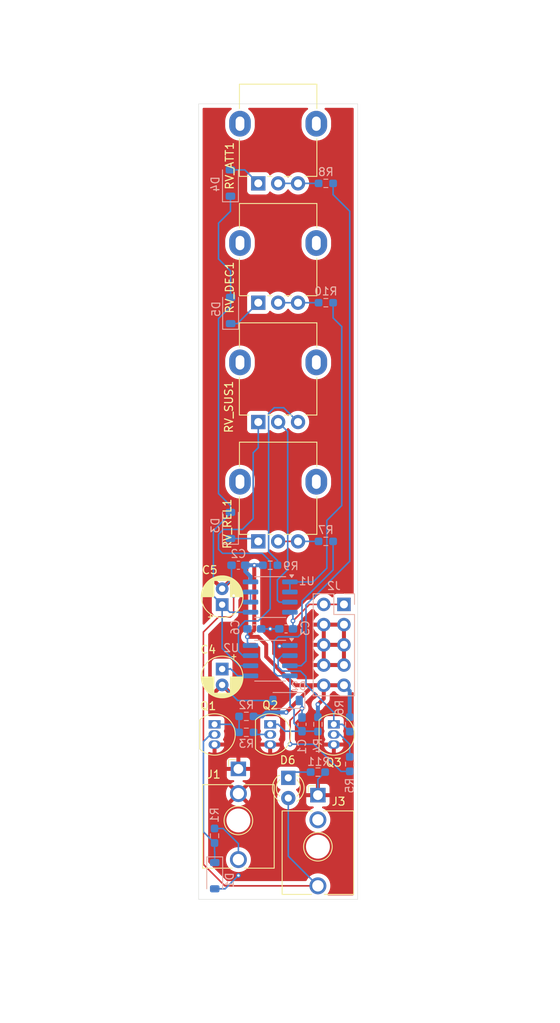
<source format=kicad_pcb>
(kicad_pcb (version 20240108) (generator "pcbnew") (generator_version "8.0")
  (layers (0 "F.Cu" signal) (31 "B.Cu" signal) (34 "B.Paste" user) (35 "F.Paste" user) (36 "B.SilkS" user "B.Silkscreen") (37 "F.SilkS" user "F.Silkscreen") (38 "B.Mask" user) (39 "F.Mask" user) (44 "Edge.Cuts" user))
  (net 0 "")
  (net 1 "Net-(Q2-C)")
  (net 2 "Net-(D2-K)")
  (net 3 "+12V")
  (net 4 "GND")
  (net 5 "-12V")
  (net 6 "Net-(U2-CV)")
  (net 7 "Net-(D3-A)")
  (net 8 "Net-(D1-K)")
  (net 9 "Net-(D3-K)")
  (net 10 "Net-(D4-A)")
  (net 11 "Net-(D5-K)")
  (net 12 "Net-(D6-K)")
  (net 13 "Net-(D6-A)")
  (net 14 "Net-(J1-PadT)")
  (net 16 "Net-(Q1-C)")
  (net 17 "Net-(Q2-B)")
  (net 18 "Net-(Q3-C)")
  (net 19 "Net-(Q3-B)")
  (net 20 "Net-(R7-Pad2)")
  (net 21 "Net-(U2-Q)")
  (net 22 "Net-(R8-Pad2)")
  (net 23 "Net-(R9-Pad2)")
  (net 24 "Net-(U1A--)")
  (net 25 "Net-(R10-Pad2)")
  (net 26 "Net-(U1A-+)")
  (net 27 "Net-(U2-DIS)")
  (footprint "Connector_Audio:Jack_3.5mm_QingPu_WQP-PJ398SM_Vertical_CircularHoles" (layer "F.Cu") (at 105 136.9)
    (property "Reference" "J3" (at 2.6 0.8 180) (layer "F.SilkS"))
    (property "Value" "AudioJack2_SwitchT")
    (pad "S" thru_hole rect (at 0 0 180) (size 1.93 1.83) (drill 1.22) (layers "*.Cu" "*.Mask") (net 4 "GND"))
    (pad "T" thru_hole circle (at 0 11.4 180) (size 2.13 2.13) (drill 1.43) (layers "*.Cu" "*.Mask") (net 13 "Net-(D6-A)"))
    (pad "TN" thru_hole circle (at 0 3.1 180) (size 2.13 2.13) (drill 1.42) (layers "*.Cu" "*.Mask"))
    (zone (net 0) (net_name "") (layer "F.Cu") (connect_pads (clearance 0)) (min_thickness 0.254)
      (keepout (tracks not_allowed) (vias not_allowed) (pads not_allowed) (copperpour not_allowed) (footprints not_allowed))
      (fill (thermal_gap 0.508) (thermal_bridge_width 0.508))
      (polygon (pts (xy 106.505141 143.38) (xy 106.48493 143.134171) (xy 106.424841 142.894945) (xy 106.326486 142.668744) (xy 106.192508 142.461645) (xy 106.026504 142.27921) (xy 105.832932 142.126336) (xy 105.616992 142.007131) (xy 105.384482 141.924794) (xy 105.141646 141.881539) (xy 104.895007 141.878525) (xy 104.651187 141.915835) (xy 104.416734 141.992466) (xy 104.197946 142.10636) (xy 104.000697 142.254458) (xy 103.830286 142.432784) (xy 103.691288 142.636548) (xy 103.587436 142.860278) (xy 103.521519 143.097965) (xy 103.495308 143.343226) (xy 103.509507 143.589475) (xy 103.563734 143.830099) (xy 103.656532 144.058634) (xy 103.785411 144.268945) (xy 103.946908 144.455382) (xy 104.136687 144.612939) (xy 104.34965 144.737385) (xy 104.580079 144.825377) (xy 104.821785 144.874553) (xy 105.068278 144.883592) (xy 105.312936 144.85225) (xy 105.549191 144.78137) (xy 105.770697 144.672856) (xy 105.971505 144.529621) (xy 106.146223 144.355512) (xy 106.290158 144.155205) (xy 106.399445 143.934079) (xy 106.471149 143.698074) (xy 106.503344 143.453526)))
    )
  )
  (footprint "Package_TO_SOT_THT:TO-92_Inline" (layer "F.Cu") (at 107 128 -90)
    (property "Reference" "Q3" (at 4.8 0 180) (layer "F.SilkS"))
    (property "Value" "BC547")
    (pad "1" thru_hole rect (at 0 0 270) (size 1.05 1.5) (drill 0.75) (layers "*.Cu" "*.Mask") (net 18 "Net-(Q3-C)"))
    (pad "2" thru_hole oval (at 1.27 0 270) (size 1.05 1.5) (drill 0.75) (layers "*.Cu" "*.Mask") (net 19 "Net-(Q3-B)"))
    (pad "3" thru_hole oval (at 2.54 0 270) (size 1.05 1.5) (drill 0.75) (layers "*.Cu" "*.Mask") (net 4 "GND"))
  )
  (footprint "Potentiometer_THT:Potentiometer_Alpha_RD901F-40-00D_Single_Vertical" (layer "F.Cu") (at 97.5 105 90)
    (property "Reference" "RV_REL1" (at 2.2 -3.9 -90) (layer "F.SilkS"))
    (property "Value" "100K")
    (pad "" thru_hole oval (at 7.5 -2.3 180) (size 2.72 3.24) (drill oval 1.1 1.8) (layers "*.Cu" "*.Mask"))
    (pad "" thru_hole oval (at 7.5 7.3 180) (size 2.72 3.24) (drill oval 1.1 1.8) (layers "*.Cu" "*.Mask"))
    (pad "1" thru_hole rect (at 0 0 180) (size 1.8 1.8) (drill 1) (layers "*.Cu" "*.Mask") (net 9 "Net-(D3-K)"))
    (pad "2" thru_hole circle (at 0 2.5 180) (size 1.8 1.8) (drill 1) (layers "*.Cu" "*.Mask") (net 20 "Net-(R7-Pad2)"))
    (pad "3" thru_hole circle (at 0 5 180) (size 1.8 1.8) (drill 1) (layers "*.Cu" "*.Mask") (net 20 "Net-(R7-Pad2)"))
  )
  (footprint "Potentiometer_THT:Potentiometer_Alpha_RD901F-40-00D_Single_Vertical" (layer "F.Cu") (at 97.5 90 90)
    (property "Reference" "RV_SUS1" (at 1.9 -3.7 -90) (layer "F.SilkS"))
    (property "Value" "10K")
    (pad "" thru_hole oval (at 7.5 -2.3 180) (size 2.72 3.24) (drill oval 1.1 1.8) (layers "*.Cu" "*.Mask"))
    (pad "" thru_hole oval (at 7.5 7.3 180) (size 2.72 3.24) (drill oval 1.1 1.8) (layers "*.Cu" "*.Mask"))
    (pad "1" thru_hole rect (at 0 0 180) (size 1.8 1.8) (drill 1) (layers "*.Cu" "*.Mask") (net 27 "Net-(U2-DIS)"))
    (pad "2" thru_hole circle (at 0 2.5 180) (size 1.8 1.8) (drill 1) (layers "*.Cu" "*.Mask") (net 26 "Net-(U1A-+)"))
    (pad "3" thru_hole circle (at 0 5 180) (size 1.8 1.8) (drill 1) (layers "*.Cu" "*.Mask") (net 23 "Net-(R9-Pad2)"))
  )
  (footprint "Capacitor_THT:CP_Radial_D5.0mm_P2.00mm" (layer "F.Cu") (at 92.955112 112.955112 90)
    (property "Reference" "C5" (at 4.355112 -1.555112 0) (layer "F.SilkS"))
    (property "Value" "10uF")
    (pad "1" thru_hole rect (at 0 0 90) (size 1.6 1.6) (drill 0.8) (layers "*.Cu" "*.Mask") (net 7 "Net-(D3-A)"))
    (pad "2" thru_hole circle (at 2 0 90) (size 1.6 1.6) (drill 0.8) (layers "*.Cu" "*.Mask") (net 4 "GND"))
  )
  (footprint "LED_THT:LED_D3.0mm" (layer "F.Cu") (at 101.275 134.725 -90)
    (property "Reference" "D6" (at -2.225001 0.074999 180) (layer "F.SilkS"))
    (property "Value" "LED")
    (pad "1" thru_hole rect (at 0 0 270) (size 1.8 1.8) (drill 0.9) (layers "*.Cu" "*.Mask") (net 12 "Net-(D6-K)"))
    (pad "2" thru_hole circle (at 2.54 0 270) (size 1.8 1.8) (drill 0.9) (layers "*.Cu" "*.Mask") (net 13 "Net-(D6-A)"))
  )
  (footprint "Capacitor_THT:CP_Radial_D5.0mm_P2.00mm" (layer "F.Cu") (at 92.955112 121.044886 -90)
    (property "Reference" "C4" (at -2.444887 1.755111 0) (layer "F.SilkS"))
    (property "Value" "10uF")
    (pad "1" thru_hole rect (at 0 0 270) (size 1.6 1.6) (drill 0.8) (layers "*.Cu" "*.Mask") (net 6 "Net-(U2-CV)"))
    (pad "2" thru_hole circle (at 2 0 270) (size 1.6 1.6) (drill 0.8) (layers "*.Cu" "*.Mask") (net 4 "GND"))
  )
  (footprint "Potentiometer_THT:Potentiometer_Alpha_RD901F-40-00D_Single_Vertical" (layer "F.Cu") (at 97.5 75 90)
    (property "Reference" "RV_DEC1" (at 1.9 -3.6 -90) (layer "F.SilkS"))
    (property "Value" "100K")
    (pad "" thru_hole oval (at 7.5 -2.3 180) (size 2.72 3.24) (drill oval 1.1 1.8) (layers "*.Cu" "*.Mask"))
    (pad "" thru_hole oval (at 7.5 7.3 180) (size 2.72 3.24) (drill oval 1.1 1.8) (layers "*.Cu" "*.Mask"))
    (pad "1" thru_hole rect (at 0 0 180) (size 1.8 1.8) (drill 1) (layers "*.Cu" "*.Mask") (net 11 "Net-(D5-K)"))
    (pad "2" thru_hole circle (at 0 2.5 180) (size 1.8 1.8) (drill 1) (layers "*.Cu" "*.Mask") (net 25 "Net-(R10-Pad2)"))
    (pad "3" thru_hole circle (at 0 5 180) (size 1.8 1.8) (drill 1) (layers "*.Cu" "*.Mask") (net 25 "Net-(R10-Pad2)"))
  )
  (footprint "Package_TO_SOT_THT:TO-92_Inline" (layer "F.Cu") (at 99 128 -90)
    (property "Reference" "Q2" (at -2.4 0 180) (layer "F.SilkS"))
    (property "Value" "BC547")
    (pad "1" thru_hole rect (at 0 0 270) (size 1.05 1.5) (drill 0.75) (layers "*.Cu" "*.Mask") (net 1 "Net-(Q2-C)"))
    (pad "2" thru_hole oval (at 1.27 0 270) (size 1.05 1.5) (drill 0.75) (layers "*.Cu" "*.Mask") (net 17 "Net-(Q2-B)"))
    (pad "3" thru_hole oval (at 2.54 0 270) (size 1.05 1.5) (drill 0.75) (layers "*.Cu" "*.Mask") (net 4 "GND"))
  )
  (footprint "Package_TO_SOT_THT:TO-92_Inline" (layer "F.Cu") (at 92 128 -90)
    (property "Reference" "Q1" (at -2.3 0.8 180) (layer "F.SilkS"))
    (property "Value" "BC547")
    (pad "1" thru_hole rect (at 0 0 270) (size 1.05 1.5) (drill 0.75) (layers "*.Cu" "*.Mask") (net 16 "Net-(Q1-C)"))
    (pad "2" thru_hole oval (at 1.27 0 270) (size 1.05 1.5) (drill 0.75) (layers "*.Cu" "*.Mask") (net 8 "Net-(D1-K)"))
    (pad "3" thru_hole oval (at 2.54 0 270) (size 1.05 1.5) (drill 0.75) (layers "*.Cu" "*.Mask") (net 4 "GND"))
  )
  (footprint "Connector_Audio:Jack_3.5mm_QingPu_WQP-PJ398SM_Vertical_CircularHoles" (layer "F.Cu") (at 95 133.6)
    (property "Reference" "J1" (at -3.1 0.7 180) (layer "F.SilkS"))
    (property "Value" "AudioJack2_SwitchT")
    (pad "S" thru_hole rect (at 0 0 180) (size 1.93 1.83) (drill 1.22) (layers "*.Cu" "*.Mask") (net 4 "GND"))
    (pad "T" thru_hole circle (at 0 11.4 180) (size 2.13 2.13) (drill 1.43) (layers "*.Cu" "*.Mask") (net 14 "Net-(J1-PadT)"))
    (pad "TN" thru_hole circle (at 0 3.1 180) (size 2.13 2.13) (drill 1.42) (layers "*.Cu" "*.Mask") (net 4 "GND"))
    (zone (net 0) (net_name "") (layer "F.Cu") (connect_pads (clearance 0)) (min_thickness 0.254)
      (keepout (tracks not_allowed) (vias not_allowed) (pads not_allowed) (copperpour not_allowed) (footprints not_allowed))
      (fill (thermal_gap 0.508) (thermal_bridge_width 0.508))
      (polygon (pts (xy 96.505141 140.08) (xy 96.48493 139.834171) (xy 96.424841 139.594945) (xy 96.326486 139.368744) (xy 96.192508 139.161645) (xy 96.026504 138.97921) (xy 95.832932 138.826336) (xy 95.616992 138.707131) (xy 95.384482 138.624794) (xy 95.141646 138.581539) (xy 94.895007 138.578525) (xy 94.651187 138.615835) (xy 94.416734 138.692466) (xy 94.197946 138.80636) (xy 94.000697 138.954458) (xy 93.830286 139.132784) (xy 93.691288 139.336548) (xy 93.587436 139.560278) (xy 93.521519 139.797965) (xy 93.495308 140.043226) (xy 93.509507 140.289475) (xy 93.563734 140.530099) (xy 93.656532 140.758634) (xy 93.785411 140.968945) (xy 93.946908 141.155382) (xy 94.136687 141.312939) (xy 94.34965 141.437385) (xy 94.580079 141.525377) (xy 94.821785 141.574553) (xy 95.068278 141.583592) (xy 95.312936 141.55225) (xy 95.549191 141.48137) (xy 95.770697 141.372856) (xy 95.971505 141.229621) (xy 96.146223 141.055512) (xy 96.290158 140.855205) (xy 96.399445 140.634079) (xy 96.471149 140.398074) (xy 96.503344 140.153526)))
    )
  )
  (footprint "Potentiometer_THT:Potentiometer_Alpha_RD901F-40-00D_Single_Vertical" (layer "F.Cu") (at 97.5 60 90)
    (property "Reference" "RV_ATT1" (at 2.2 -3.6 -90) (layer "F.SilkS"))
    (property "Value" "100K")
    (pad "" thru_hole oval (at 7.5 -2.3 180) (size 2.72 3.24) (drill oval 1.1 1.8) (layers "*.Cu" "*.Mask"))
    (pad "" thru_hole oval (at 7.5 7.3 180) (size 2.72 3.24) (drill oval 1.1 1.8) (layers "*.Cu" "*.Mask"))
    (pad "1" thru_hole rect (at 0 0 180) (size 1.8 1.8) (drill 1) (layers "*.Cu" "*.Mask") (net 10 "Net-(D4-A)"))
    (pad "2" thru_hole circle (at 0 2.5 180) (size 1.8 1.8) (drill 1) (layers "*.Cu" "*.Mask") (net 22 "Net-(R8-Pad2)"))
    (pad "3" thru_hole circle (at 0 5 180) (size 1.8 1.8) (drill 1) (layers "*.Cu" "*.Mask") (net 22 "Net-(R8-Pad2)"))
  )
  (footprint "Capacitor_SMD:C_0603_1608Metric_Pad1.08x0.95mm_HandSolder" (layer "B.Cu") (at 101 116)
    (property "Reference" "C3" (at 2.4 -0.1 -90) (layer "B.SilkS") (effects (justify mirror)))
    (property "Value" "0.1uF")
    (pad "1" smd roundrect (at -0.8625 0) (size 1.075 0.95) (layers "B.Cu" "B.Paste" "B.Mask") (net 4 "GND"))
    (pad "2" smd roundrect (at 0.8625 0) (size 1.075 0.95) (layers "B.Cu" "B.Paste" "B.Mask") (net 5 "-12V"))
  )
  (footprint "Connector_PinHeader_2.54mm:PinHeader_2x05_P2.54mm_Vertical" (layer "B.Cu") (at 108.275 112.925 180)
    (property "Reference" "J2" (at 1.27 2.33 180) (layer "B.SilkS") (effects (justify mirror)))
    (property "Value" "Conn_02x05_Odd_Even")
    (pad "1" thru_hole rect (at 0 0 180) (size 1.7 1.7) (drill 1) (layers "*.Cu" "*.Mask") (net 5 "-12V"))
    (pad "2" thru_hole oval (at 2.54 0 180) (size 1.7 1.7) (drill 1) (layers "*.Cu" "*.Mask") (net 5 "-12V"))
    (pad "3" thru_hole oval (at 0 -2.54 180) (size 1.7 1.7) (drill 1) (layers "*.Cu" "*.Mask") (net 4 "GND"))
    (pad "4" thru_hole oval (at 2.54 -2.54 180) (size 1.7 1.7) (drill 1) (layers "*.Cu" "*.Mask") (net 4 "GND"))
    (pad "5" thru_hole oval (at 0 -5.08 180) (size 1.7 1.7) (drill 1) (layers "*.Cu" "*.Mask") (net 4 "GND"))
    (pad "6" thru_hole oval (at 2.54 -5.08 180) (size 1.7 1.7) (drill 1) (layers "*.Cu" "*.Mask") (net 4 "GND"))
    (pad "7" thru_hole oval (at 0 -7.62 180) (size 1.7 1.7) (drill 1) (layers "*.Cu" "*.Mask") (net 4 "GND"))
    (pad "8" thru_hole oval (at 2.54 -7.62 180) (size 1.7 1.7) (drill 1) (layers "*.Cu" "*.Mask") (net 4 "GND"))
    (pad "9" thru_hole oval (at 0 -10.16 180) (size 1.7 1.7) (drill 1) (layers "*.Cu" "*.Mask") (net 3 "+12V"))
    (pad "10" thru_hole oval (at 2.54 -10.16 180) (size 1.7 1.7) (drill 1) (layers "*.Cu" "*.Mask") (net 3 "+12V"))
  )
  (footprint "Resistor_SMD:R_0603_1608Metric_Pad0.98x0.95mm_HandSolder" (layer "B.Cu") (at 96 127 180)
    (property "Reference" "R2" (at 0 1.43 180) (layer "B.SilkS") (effects (justify mirror)))
    (property "Value" "4.7K")
    (pad "1" smd roundrect (at -0.9125 0 180) (size 0.975 0.95) (layers "B.Cu" "B.Paste" "B.Mask") (net 3 "+12V"))
    (pad "2" smd roundrect (at 0.9125 0 180) (size 0.975 0.95) (layers "B.Cu" "B.Paste" "B.Mask") (net 16 "Net-(Q1-C)"))
  )
  (footprint "Package_SO:SOIC-8_3.9x4.9mm_P1.27mm" (layer "B.Cu") (at 99 112 180)
    (property "Reference" "U1" (at -4.6 2 180) (layer "B.SilkS") (effects (justify mirror)))
    (property "Value" "TL072")
    (pad "1" smd roundrect (at -2.475 1.905 180) (size 1.95 0.6) (layers "B.Cu" "B.Paste" "B.Mask") (net 24 "Net-(U1A--)"))
    (pad "2" smd roundrect (at -2.475 0.635 180) (size 1.95 0.6) (layers "B.Cu" "B.Paste" "B.Mask") (net 24 "Net-(U1A--)"))
    (pad "3" smd roundrect (at -2.475 -0.635 180) (size 1.95 0.6) (layers "B.Cu" "B.Paste" "B.Mask") (net 26 "Net-(U1A-+)"))
    (pad "4" smd roundrect (at -2.475 -1.905 180) (size 1.95 0.6) (layers "B.Cu" "B.Paste" "B.Mask") (net 5 "-12V"))
    (pad "5" smd roundrect (at 2.475 -1.905 180) (size 1.95 0.6) (layers "B.Cu" "B.Paste" "B.Mask") (net 7 "Net-(D3-A)"))
    (pad "6" smd roundrect (at 2.475 -0.635 180) (size 1.95 0.6) (layers "B.Cu" "B.Paste" "B.Mask") (net 13 "Net-(D6-A)"))
    (pad "7" smd roundrect (at 2.475 0.635 180) (size 1.95 0.6) (layers "B.Cu" "B.Paste" "B.Mask") (net 13 "Net-(D6-A)"))
    (pad "8" smd roundrect (at 2.475 1.905 180) (size 1.95 0.6) (layers "B.Cu" "B.Paste" "B.Mask") (net 3 "+12V"))
  )
  (footprint "Diode_SMD:D_SOD-123" (layer "B.Cu") (at 94 103 90)
    (property "Reference" "D3" (at 0 -1.9 -90) (layer "B.SilkS") (effects (justify mirror)))
    (property "Value" "1N4148W")
    (pad "1" smd roundrect (at -1.65 0 90) (size 0.9 1.2) (layers "B.Cu" "B.Paste" "B.Mask") (net 9 "Net-(D3-K)"))
    (pad "2" smd roundrect (at 1.65 0 90) (size 0.9 1.2) (layers "B.Cu" "B.Paste" "B.Mask") (net 7 "Net-(D3-A)"))
  )
  (footprint "Capacitor_SMD:C_0603_1608Metric_Pad1.08x0.95mm_HandSolder" (layer "B.Cu") (at 97 116)
    (property "Reference" "C6" (at -2.4 -0.2 -90) (layer "B.SilkS") (effects (justify mirror)))
    (property "Value" "0.1uF")
    (pad "1" smd roundrect (at -0.8625 0) (size 1.075 0.95) (layers "B.Cu" "B.Paste" "B.Mask") (net 3 "+12V"))
    (pad "2" smd roundrect (at 0.8625 0) (size 1.075 0.95) (layers "B.Cu" "B.Paste" "B.Mask") (net 4 "GND"))
  )
  (footprint "Resistor_SMD:R_0603_1608Metric_Pad0.98x0.95mm_HandSolder" (layer "B.Cu") (at 106 60 180)
    (property "Reference" "R8" (at 0 1.43 180) (layer "B.SilkS") (effects (justify mirror)))
    (property "Value" "100")
    (pad "1" smd roundrect (at -0.9125 0 180) (size 0.975 0.95) (layers "B.Cu" "B.Paste" "B.Mask") (net 21 "Net-(U2-Q)"))
    (pad "2" smd roundrect (at 0.9125 0 180) (size 0.975 0.95) (layers "B.Cu" "B.Paste" "B.Mask") (net 22 "Net-(R8-Pad2)"))
  )
  (footprint "Capacitor_SMD:C_0603_1608Metric_Pad1.08x0.95mm_HandSolder" (layer "B.Cu") (at 103 128 90)
    (property "Reference" "C1" (at -2.8 0 -90) (layer "B.SilkS") (effects (justify mirror)))
    (property "Value" "0.01uF")
    (pad "1" smd roundrect (at -0.8625 0 90) (size 1.075 0.95) (layers "B.Cu" "B.Paste" "B.Mask") (net 1 "Net-(Q2-C)"))
    (pad "2" smd roundrect (at 0.8625 0 90) (size 1.075 0.95) (layers "B.Cu" "B.Paste" "B.Mask") (net 2 "Net-(D2-K)"))
  )
  (footprint "Diode_SMD:D_SOD-123" (layer "B.Cu") (at 94 59.955 90)
    (property "Reference" "D4" (at -0.145 -1.9 -90) (layer "B.SilkS") (effects (justify mirror)))
    (property "Value" "1N4148W")
    (pad "1" smd roundrect (at -1.65 0 90) (size 0.9 1.2) (layers "B.Cu" "B.Paste" "B.Mask") (net 7 "Net-(D3-A)"))
    (pad "2" smd roundrect (at 1.65 0 90) (size 0.9 1.2) (layers "B.Cu" "B.Paste" "B.Mask") (net 10 "Net-(D4-A)"))
  )
  (footprint "Resistor_SMD:R_0603_1608Metric_Pad0.98x0.95mm_HandSolder" (layer "B.Cu") (at 99 108)
    (property "Reference" "R9" (at 2.6 0.1 0) (layer "B.SilkS") (effects (justify mirror)))
    (property "Value" "4.7K")
    (pad "1" smd roundrect (at -0.9125 0) (size 0.975 0.95) (layers "B.Cu" "B.Paste" "B.Mask") (net 3 "+12V"))
    (pad "2" smd roundrect (at 0.9125 0) (size 0.975 0.95) (layers "B.Cu" "B.Paste" "B.Mask") (net 23 "Net-(R9-Pad2)"))
  )
  (footprint "Resistor_SMD:R_0603_1608Metric_Pad0.98x0.95mm_HandSolder" (layer "B.Cu") (at 105 134)
    (property "Reference" "R11" (at 0.1 -1.3 0) (layer "B.SilkS") (effects (justify mirror)))
    (property "Value" "4.7K")
    (pad "1" smd roundrect (at -0.9125 0) (size 0.975 0.95) (layers "B.Cu" "B.Paste" "B.Mask") (net 12 "Net-(D6-K)"))
    (pad "2" smd roundrect (at 0.9125 0) (size 0.975 0.95) (layers "B.Cu" "B.Paste" "B.Mask") (net 4 "GND"))
  )
  (footprint "Resistor_SMD:R_0603_1608Metric_Pad0.98x0.95mm_HandSolder" (layer "B.Cu") (at 92 142 -90)
    (property "Reference" "R1" (at -2.6 0 90) (layer "B.SilkS") (effects (justify mirror)))
    (property "Value" "10K")
    (pad "1" smd roundrect (at -0.9125 0 270) (size 0.975 0.95) (layers "B.Cu" "B.Paste" "B.Mask") (net 14 "Net-(J1-PadT)"))
    (pad "2" smd roundrect (at 0.9125 0 270) (size 0.975 0.95) (layers "B.Cu" "B.Paste" "B.Mask") (net 8 "Net-(D1-K)"))
  )
  (footprint "Resistor_SMD:R_0603_1608Metric_Pad0.98x0.95mm_HandSolder" (layer "B.Cu") (at 106 75 180)
    (property "Reference" "R10" (at 0 1.43 180) (layer "B.SilkS") (effects (justify mirror)))
    (property "Value" "100")
    (pad "1" smd roundrect (at -0.9125 0 180) (size 0.975 0.95) (layers "B.Cu" "B.Paste" "B.Mask") (net 24 "Net-(U1A--)"))
    (pad "2" smd roundrect (at 0.9125 0 180) (size 0.975 0.95) (layers "B.Cu" "B.Paste" "B.Mask") (net 25 "Net-(R10-Pad2)"))
  )
  (footprint "Diode_SMD:D_SOD-123" (layer "B.Cu") (at 94.0225 75.9775 90)
    (property "Reference" "D5" (at 0.1775 -1.8225 -90) (layer "B.SilkS") (effects (justify mirror)))
    (property "Value" "1N4148W")
    (pad "1" smd roundrect (at -1.65 0 90) (size 0.9 1.2) (layers "B.Cu" "B.Paste" "B.Mask") (net 11 "Net-(D5-K)"))
    (pad "2" smd roundrect (at 1.65 0 90) (size 0.9 1.2) (layers "B.Cu" "B.Paste" "B.Mask") (net 7 "Net-(D3-A)"))
  )
  (footprint "Capacitor_SMD:C_0603_1608Metric_Pad1.08x0.95mm_HandSolder" (layer "B.Cu") (at 95 108 180)
    (property "Reference" "C2" (at 0 1.43 180) (layer "B.SilkS") (effects (justify mirror)))
    (property "Value" "0.1uF")
    (pad "1" smd roundrect (at -0.8625 0 180) (size 1.075 0.95) (layers "B.Cu" "B.Paste" "B.Mask") (net 3 "+12V"))
    (pad "2" smd roundrect (at 0.8625 0 180) (size 1.075 0.95) (layers "B.Cu" "B.Paste" "B.Mask") (net 4 "GND"))
  )
  (footprint "Diode_SMD:D_SOD-123" (layer "B.Cu") (at 92.0225 147.0225 -90)
    (property "Reference" "D1" (at 0.5775 -1.8775 90) (layer "B.SilkS") (effects (justify mirror)))
    (property "Value" "1N4148W")
    (pad "1" smd roundrect (at -1.65 0 270) (size 0.9 1.2) (layers "B.Cu" "B.Paste" "B.Mask") (net 8 "Net-(D1-K)"))
    (pad "2" smd roundrect (at 1.65 0 270) (size 0.9 1.2) (layers "B.Cu" "B.Paste" "B.Mask") (net 4 "GND"))
  )
  (footprint "Resistor_SMD:R_0603_1608Metric_Pad0.98x0.95mm_HandSolder" (layer "B.Cu") (at 109 133 90)
    (property "Reference" "R5" (at -2.7 0 -90) (layer "B.SilkS") (effects (justify mirror)))
    (property "Value" "10K")
    (pad "1" smd roundrect (at -0.9125 0 90) (size 0.975 0.95) (layers "B.Cu" "B.Paste" "B.Mask") (net 2 "Net-(D2-K)"))
    (pad "2" smd roundrect (at 0.9125 0 90) (size 0.975 0.95) (layers "B.Cu" "B.Paste" "B.Mask") (net 19 "Net-(Q3-B)"))
  )
  (footprint "Resistor_SMD:R_0603_1608Metric_Pad0.98x0.95mm_HandSolder" (layer "B.Cu") (at 106 105 180)
    (property "Reference" "R7" (at 0 1.43 180) (layer "B.SilkS") (effects (justify mirror)))
    (property "Value" "100")
    (pad "1" smd roundrect (at -0.9125 0 180) (size 0.975 0.95) (layers "B.Cu" "B.Paste" "B.Mask") (net 1 "Net-(Q2-C)"))
    (pad "2" smd roundrect (at 0.9125 0 180) (size 0.975 0.95) (layers "B.Cu" "B.Paste" "B.Mask") (net 20 "Net-(R7-Pad2)"))
  )
  (footprint "Package_SO:SOIC-8_3.9x4.9mm_P1.27mm" (layer "B.Cu") (at 99 120 180)
    (property "Reference" "U2" (at 4.9 1.6 180) (layer "B.SilkS") (effects (justify mirror)))
    (property "Value" "LM555xM")
    (pad "1" smd roundrect (at -2.475 1.905 180) (size 1.95 0.6) (layers "B.Cu" "B.Paste" "B.Mask") (net 4 "GND"))
    (pad "2" smd roundrect (at -2.475 0.635 180) (size 1.95 0.6) (layers "B.Cu" "B.Paste" "B.Mask") (net 18 "Net-(Q3-C)"))
    (pad "3" smd roundrect (at -2.475 -0.635 180) (size 1.95 0.6) (layers "B.Cu" "B.Paste" "B.Mask") (net 21 "Net-(U2-Q)"))
    (pad "4" smd roundrect (at -2.475 -1.905 180) (size 1.95 0.6) (layers "B.Cu" "B.Paste" "B.Mask") (net 1 "Net-(Q2-C)"))
    (pad "5" smd roundrect (at 2.475 -1.905 180) (size 1.95 0.6) (layers "B.Cu" "B.Paste" "B.Mask") (net 6 "Net-(U2-CV)"))
    (pad "6" smd roundrect (at 2.475 -0.635 180) (size 1.95 0.6) (layers "B.Cu" "B.Paste" "B.Mask") (net 7 "Net-(D3-A)"))
    (pad "7" smd roundrect (at 2.475 0.635 180) (size 1.95 0.6) (layers "B.Cu" "B.Paste" "B.Mask") (net 27 "Net-(U2-DIS)"))
    (pad "8" smd roundrect (at 2.475 1.905 180) (size 1.95 0.6) (layers "B.Cu" "B.Paste" "B.Mask") (net 3 "+12V"))
  )
  (footprint "Resistor_SMD:R_0603_1608Metric_Pad0.98x0.95mm_HandSolder" (layer "B.Cu") (at 105 128 -90)
    (property "Reference" "R4" (at 2.7 0 90) (layer "B.SilkS") (effects (justify mirror)))
    (property "Value" "4.7K")
    (pad "1" smd roundrect (at -0.9125 0 270) (size 0.975 0.95) (layers "B.Cu" "B.Paste" "B.Mask") (net 3 "+12V"))
    (pad "2" smd roundrect (at 0.9125 0 270) (size 0.975 0.95) (layers "B.Cu" "B.Paste" "B.Mask") (net 1 "Net-(Q2-C)"))
  )
  (footprint "Diode_SMD:D_SOD-123" (layer "B.Cu") (at 101 125 180)
    (property "Reference" "D2" (at -1.6 1.8 180) (layer "B.SilkS") (effects (justify mirror)))
    (property "Value" "1N4148W")
    (pad "1" smd roundrect (at -1.65 0 180) (size 0.9 1.2) (layers "B.Cu" "B.Paste" "B.Mask") (net 2 "Net-(D2-K)"))
    (pad "2" smd roundrect (at 1.65 0 180) (size 0.9 1.2) (layers "B.Cu" "B.Paste" "B.Mask") (net 4 "GND"))
  )
  (footprint "Resistor_SMD:R_0603_1608Metric_Pad0.98x0.95mm_HandSolder" (layer "B.Cu") (at 109 128 -90)
    (property "Reference" "R6" (at -2.1 1.3 90) (layer "B.SilkS") (effects (justify mirror)))
    (property "Value" "4.7K")
    (pad "1" smd roundrect (at -0.9125 0 270) (size 0.975 0.95) (layers "B.Cu" "B.Paste" "B.Mask") (net 3 "+12V"))
    (pad "2" smd roundrect (at 0.9125 0 270) (size 0.975 0.95) (layers "B.Cu" "B.Paste" "B.Mask") (net 18 "Net-(Q3-C)"))
  )
  (footprint "Resistor_SMD:R_0603_1608Metric_Pad0.98x0.95mm_HandSolder" (layer "B.Cu") (at 96 129)
    (property "Reference" "R3" (at 0 1.43 0) (layer "B.SilkS") (effects (justify mirror)))
    (property "Value" "10K")
    (pad "1" smd roundrect (at -0.9125 0) (size 0.975 0.95) (layers "B.Cu" "B.Paste" "B.Mask") (net 16 "Net-(Q1-C)"))
    (pad "2" smd roundrect (at 0.9125 0) (size 0.975 0.95) (layers "B.Cu" "B.Paste" "B.Mask") (net 17 "Net-(Q2-B)"))
  )
  (gr_line (start 110 50) (end 110 150) (stroke (width 0.05)) (layer "Edge.Cuts"))
  (gr_line (start 90 150) (end 90 50) (stroke (width 0.05)) (layer "Edge.Cuts"))
  (gr_line (start 90 150) (end 110 150) (stroke (width 0.05)) (layer "Edge.Cuts"))
  (gr_line (start 90 50) (end 110 50) (stroke (width 0.05)) (layer "Edge.Cuts"))
  (segment (start 99.5 117.5) (end 99.5 121.5) (width 0.2) (layer "B.Cu") (net 1))
  (segment (start 103 112.5) (end 103 116.5) (width 0.2) (layer "B.Cu") (net 1))
  (segment (start 101.5 121.93) (end 101.5 125.651471) (width 0.2) (layer "B.Cu") (net 1))
  (segment (start 99 128) (end 100 128) (width 0.2) (layer "B.Cu") (net 1))
  (segment (start 103 116.5) (end 102.5 117) (width 0.2) (layer "B.Cu") (net 1))
  (segment (start 106.9125 108.5875) (end 103 112.5) (width 0.2) (layer "B.Cu") (net 1))
  (segment (start 99.905 121.905) (end 101.475 121.905) (width 0.2) (layer "B.Cu") (net 1))
  (segment (start 103 128.8625) (end 104.95 128.8625) (width 0.2) (layer "B.Cu") (net 1))
  (segment (start 102 127.8625) (end 103 128.8625) (width 0.2) (layer "B.Cu") (net 1))
  (segment (start 106.9125 105) (end 106.9125 108.5875) (width 0.2) (layer "B.Cu") (net 1))
  (segment (start 99.5 121.5) (end 99.905 121.905) (width 0.2) (layer "B.Cu") (net 1))
  (segment (start 101.5 125.651471) (end 102 126.151471) (width 0.2) (layer "B.Cu") (net 1))
  (segment (start 100.8625 128.8625) (end 103 128.8625) (width 0.2) (layer "B.Cu") (net 1))
  (segment (start 104.95 128.8625) (end 105 128.9125) (width 0.2) (layer "B.Cu") (net 1))
  (segment (start 100 117) (end 99.5 117.5) (width 0.2) (layer "B.Cu") (net 1))
  (segment (start 102 126.151471) (end 102 127.8625) (width 0.2) (layer "B.Cu") (net 1))
  (segment (start 101.475 121.905) (end 101.5 121.93) (width 0.2) (layer "B.Cu") (net 1))
  (segment (start 100 128) (end 100.8625 128.8625) (width 0.2) (layer "B.Cu") (net 1))
  (segment (start 102.5 117) (end 100 117) (width 0.2) (layer "B.Cu") (net 1))
  (segment (start 101.5 127.5) (end 103 126) (width 0.2) (layer "F.Cu") (net 2))
  (segment (start 101.5 130.5) (end 101.5 127.5) (width 0.2) (layer "F.Cu") (net 2))
  (via (at 103 126) (size 0.6) (drill 0.3) (layers "F.Cu" "B.Cu") (net 2))
  (via (at 101.5 130.5) (size 0.6) (drill 0.3) (layers "F.Cu" "B.Cu") (net 2))
  (segment (start 109 133.9125) (end 107.9125 133.9125) (width 0.2) (layer "B.Cu") (net 2))
  (segment (start 103 127.1375) (end 103 126) (width 0.2) (layer "B.Cu") (net 2))
  (segment (start 107.5 133.5) (end 104.5 130.5) (width 0.2) (layer "B.Cu") (net 2))
  (segment (start 103 125.35) (end 102.65 125) (width 0.2) (layer "B.Cu") (net 2))
  (segment (start 103 126) (end 103 125.35) (width 0.2) (layer "B.Cu") (net 2))
  (segment (start 107.9125 133.9125) (end 107.5 133.5) (width 0.2) (layer "B.Cu") (net 2))
  (segment (start 104.5 130.5) (end 101.5 130.5) (width 0.2) (layer "B.Cu") (net 2))
  (segment (start 96.1375 117) (end 97.5 117) (width 0.5) (layer "F.Cu") (net 3))
  (segment (start 97 116.1375) (end 96.1375 117) (width 0.5) (layer "F.Cu") (net 3))
  (segment (start 105.735 124.765) (end 105.735 123.085) (width 0.5) (layer "F.Cu") (net 3))
  (segment (start 104.415 123.085) (end 105.735 123.085) (width 0.5) (layer "F.Cu") (net 3))
  (segment (start 105 125.5) (end 105.735 124.765) (width 0.5) (layer "F.Cu") (net 3))
  (segment (start 105.735 123.085) (end 108.275 123.085) (width 0.5) (layer "F.Cu") (net 3))
  (segment (start 98.5 118) (end 98.5 119.5) (width 0.5) (layer "F.Cu") (net 3))
  (segment (start 102.085 123.085) (end 105.735 123.085) (width 0.5) (layer "F.Cu") (net 3))
  (segment (start 97 108) (end 97 116.1375) (width 0.5) (layer "F.Cu") (net 3))
  (segment (start 101 126.5) (end 104.415 123.085) (width 0.5) (layer "F.Cu") (net 3))
  (segment (start 97.5 117) (end 98.5 118) (width 0.5) (layer "F.Cu") (net 3))
  (segment (start 98.5 119.5) (end 102.085 123.085) (width 0.5) (layer "F.Cu") (net 3))
  (via (at 97 108) (size 0.6) (drill 0.3) (layers "F.Cu" "B.Cu") (net 3))
  (via (at 105 125.5) (size 0.6) (drill 0.3) (layers "F.Cu" "B.Cu") (net 3))
  (via (at 101 126.5) (size 0.6) (drill 0.3) (layers "F.Cu" "B.Cu") (net 3))
  (via (at 96.1375 117) (size 0.6) (drill 0.3) (layers "F.Cu" "B.Cu") (net 3))
  (segment (start 95.8625 108.7625) (end 95.8625 108) (width 0.5) (layer "B.Cu") (net 3))
  (segment (start 95.8625 108) (end 97 108) (width 0.5) (layer "B.Cu") (net 3))
  (segment (start 96.525 118.095) (end 96.1375 117.7075) (width 0.2) (layer "B.Cu") (net 3))
  (segment (start 98 127) (end 96.9125 127) (width 0.5) (layer "B.Cu") (net 3))
  (segment (start 109 123.81) (end 108.275 123.085) (width 0.5) (layer "B.Cu") (net 3))
  (segment (start 96.1375 117.7075) (end 96.1375 116) (width 0.2) (layer "B.Cu") (net 3))
  (segment (start 105 125.5) (end 105 127.0875) (width 0.5) (layer "B.Cu") (net 3))
  (segment (start 109 127.0875) (end 109 123.81) (width 0.5) (layer "B.Cu") (net 3))
  (segment (start 98.0875 108) (end 97 108) (width 0.5) (layer "B.Cu") (net 3))
  (segment (start 98.5 126.5) (end 98 127) (width 0.5) (layer "B.Cu") (net 3))
  (segment (start 96.525 109.425) (end 95.8625 108.7625) (width 0.5) (layer "B.Cu") (net 3))
  (segment (start 96.525 110.095) (end 96.525 109.425) (width 0.5) (layer "B.Cu") (net 3))
  (segment (start 101 126.5) (end 98.5 126.5) (width 0.5) (layer "B.Cu") (net 3))
  (via (at 99 116) (size 0.6) (drill 0.3) (layers "F.Cu" "B.Cu") (net 4))
  (via (at 100.174265 118.174265) (size 0.6) (drill 0.3) (layers "F.Cu" "B.Cu") (net 4))
  (via (at 95 147) (size 0.6) (drill 0.3) (layers "F.Cu" "B.Cu") (net 4))
  (segment (start 93.3275 148.6725) (end 95 147) (width 0.2) (layer "B.Cu") (net 4))
  (segment (start 100.1375 116) (end 99 116) (width 0.2) (layer "B.Cu") (net 4))
  (segment (start 97.8625 116) (end 99 116) (width 0.2) (layer "B.Cu") (net 4))
  (segment (start 100.174265 118.174265) (end 100.25353 118.095) (width 0.2) (layer "B.Cu") (net 4))
  (segment (start 94.1375 109.772724) (end 92.955112 110.955112) (width 0.2) (layer "B.Cu") (net 4))
  (segment (start 105 136.9) (end 105 134.9125) (width 0.2) (layer "B.Cu") (net 4))
  (segment (start 100.25353 118.095) (end 101.475 118.095) (width 0.2) (layer "B.Cu") (net 4))
  (segment (start 94.910226 125) (end 92.955112 123.044886) (width 0.2) (layer "B.Cu") (net 4))
  (segment (start 94.1375 108) (end 94.1375 109.772724) (width 0.2) (layer "B.Cu") (net 4))
  (segment (start 92.0225 148.6725) (end 93.3275 148.6725) (width 0.2) (layer "B.Cu") (net 4))
  (segment (start 99.35 125) (end 94.910226 125) (width 0.2) (layer "B.Cu") (net 4))
  (segment (start 105 134.9125) (end 105.9125 134) (width 0.2) (layer "B.Cu") (net 4))
  (segment (start 105.735 112.925) (end 108.275 112.925) (width 0.2) (layer "F.Cu") (net 5))
  (segment (start 103.9375 112.925) (end 101.8625 115) (width 0.2) (layer "F.Cu") (net 5))
  (segment (start 105.735 112.925) (end 103.9375 112.925) (width 0.2) (layer "F.Cu") (net 5))
  (via (at 101.8625 115) (size 0.6) (drill 0.3) (layers "F.Cu" "B.Cu") (net 5))
  (segment (start 101.8625 116) (end 101.8625 114.2925) (width 0.2) (layer "B.Cu") (net 5))
  (segment (start 101.8625 114.2925) (end 101.475 113.905) (width 0.2) (layer "B.Cu") (net 5))
  (segment (start 93.955112 121.044886) (end 92.955112 121.044886) (width 0.2) (layer "B.Cu") (net 6))
  (segment (start 96.525 121.905) (end 94.905 121.905) (width 0.2) (layer "B.Cu") (net 6))
  (segment (start 94 121) (end 93.955112 121.044886) (width 0.2) (layer "B.Cu") (net 6))
  (segment (start 94.905 121.905) (end 94 121) (width 0.2) (layer "B.Cu") (net 6))
  (segment (start 95.135 120.635) (end 94.5 120) (width 0.2) (layer "B.Cu") (net 7))
  (segment (start 94.0225 75.4775) (end 92.5 77) (width 0.2) (layer "B.Cu") (net 7))
  (segment (start 94 101.5) (end 94 101.35) (width 0.2) (layer "B.Cu") (net 7))
  (segment (start 91.855112 103.644888) (end 94 101.5) (width 0.2) (layer "B.Cu") (net 7))
  (segment (start 94 100.5) (end 94 101.35) (width 0.2) (layer "B.Cu") (net 7))
  (segment (start 94.0225 71.0225) (end 92.5 69.5) (width 0.2) (layer "B.Cu") (net 7))
  (segment (start 92.955112 112.955112) (end 91.855112 111.855112) (width 0.2) (layer "B.Cu") (net 7))
  (segment (start 92.955112 118.455112) (end 94.5 120) (width 0.2) (layer "B.Cu") (net 7))
  (segment (start 91.855112 111.855112) (end 91.855112 103.644888) (width 0.2) (layer "B.Cu") (net 7))
  (segment (start 94.0225 74.3275) (end 94.0225 75.4775) (width 0.2) (layer "B.Cu") (net 7))
  (segment (start 94 63.5) (end 94 61.605) (width 0.2) (layer "B.Cu") (net 7))
  (segment (start 92.5 77) (end 92.5 99) (width 0.2) (layer "B.Cu") (net 7))
  (segment (start 94.0225 74.3275) (end 94.0225 71.0225) (width 0.2) (layer "B.Cu") (net 7))
  (segment (start 92.5 99) (end 94 100.5) (width 0.2) (layer "B.Cu") (net 7))
  (segment (start 92.955112 112.955112) (end 92.955112 118.455112) (width 0.2) (layer "B.Cu") (net 7))
  (segment (start 92.5 65) (end 94 63.5) (width 0.2) (layer "B.Cu") (net 7))
  (segment (start 92.5 69.5) (end 92.5 65) (width 0.2) (layer "B.Cu") (net 7))
  (segment (start 96.525 113.905) (end 93.905 113.905) (width 0.2) (layer "B.Cu") (net 7))
  (segment (start 96.525 120.635) (end 95.135 120.635) (width 0.2) (layer "B.Cu") (net 7))
  (segment (start 93.905 113.905) (end 92.955112 112.955112) (width 0.2) (layer "B.Cu") (net 7))
  (segment (start 92 144) (end 92.0225 144.0225) (width 0.2) (layer "B.Cu") (net 8))
  (segment (start 92.0225 144.0225) (end 92.0225 145.3725) (width 0.2) (layer "B.Cu") (net 8))
  (segment (start 92 142.9125) (end 92 144) (width 0.2) (layer "B.Cu") (net 8))
  (segment (start 90.6 130.17) (end 90.6 141.5125) (width 0.2) (layer "B.Cu") (net 8))
  (segment (start 91.5 129.27) (end 90.6 130.17) (width 0.2) (layer "B.Cu") (net 8))
  (segment (start 90.6 141.5125) (end 92 142.9125) (width 0.2) (layer "B.Cu") (net 8))
  (segment (start 92 129.27) (end 91.5 129.27) (width 0.2) (layer "B.Cu") (net 8))
  (segment (start 97.15 104.65) (end 97.5 105) (width 0.2) (layer "B.Cu") (net 9))
  (segment (start 94 104.65) (end 97.15 104.65) (width 0.2) (layer "B.Cu") (net 9))
  (segment (start 94 58.305) (end 95.805 58.305) (width 0.2) (layer "B.Cu") (net 10))
  (segment (start 95.805 58.305) (end 97.5 60) (width 0.2) (layer "B.Cu") (net 10))
  (segment (start 94.0225 77.6275) (end 94.8725 77.6275) (width 0.2) (layer "B.Cu") (net 11))
  (segment (start 94.8725 77.6275) (end 97.5 75) (width 0.2) (layer "B.Cu") (net 11))
  (segment (start 104.0875 134) (end 102 134) (width 0.2) (layer "B.Cu") (net 12))
  (segment (start 102 134) (end 101.275 134.725) (width 0.2) (layer "B.Cu") (net 12))
  (segment (start 92.5 114.5) (end 90.6 116.4) (width 0.2) (layer "F.Cu") (net 13))
  (segment (start 90.6 116.4) (end 90.6 145.6) (width 0.2) (layer "F.Cu") (net 13))
  (segment (start 90.6 145.6) (end 93.3 148.3) (width 0.2) (layer "F.Cu") (net 13))
  (segment (start 94.4 111.8) (end 94.4 114.1) (width 0.2) (layer "F.Cu") (net 13))
  (segment (start 94.4 114.1) (end 94 114.5) (width 0.2) (layer "F.Cu") (net 13))
  (segment (start 94 114.5) (end 92.5 114.5) (width 0.2) (layer "F.Cu") (net 13))
  (segment (start 93.3 148.3) (end 105 148.3) (width 0.2) (layer "F.Cu") (net 13))
  (via (at 94.4 111.8) (size 0.6) (drill 0.3) (layers "F.Cu" "B.Cu") (net 13))
  (segment (start 101.275 144.575) (end 105 148.3) (width 0.2) (layer "B.Cu") (net 13))
  (segment (start 94.835 111.365) (end 96.525 111.365) (width 0.2) (layer "B.Cu") (net 13))
  (segment (start 94.4 111.8) (end 94.835 111.365) (width 0.2) (layer "B.Cu") (net 13))
  (segment (start 101.275 137.265) (end 101.275 144.575) (width 0.2) (layer "B.Cu") (net 13))
  (segment (start 96.525 111.365) (end 96.525 112.635) (width 0.2) (layer "B.Cu") (net 13))
  (segment (start 95 143) (end 95 145) (width 0.2) (layer "B.Cu") (net 14))
  (segment (start 93.0875 141.0875) (end 95 143) (width 0.2) (layer "B.Cu") (net 14))
  (segment (start 92 141.0875) (end 93.0875 141.0875) (width 0.2) (layer "B.Cu") (net 14))
  (segment (start 94.0875 128) (end 92 128) (width 0.2) (layer "B.Cu") (net 16))
  (segment (start 95.0875 129) (end 94.0875 128) (width 0.2) (layer "B.Cu") (net 16))
  (segment (start 95.0875 129) (end 95.0875 127) (width 0.2) (layer "B.Cu") (net 16))
  (segment (start 97.1825 129.27) (end 96.9125 129) (width 0.2) (layer "B.Cu") (net 17))
  (segment (start 99 129.27) (end 97.1825 129.27) (width 0.2) (layer "B.Cu") (net 17))
  (segment (start 107 126.5) (end 107 128) (width 0.2) (layer "B.Cu") (net 18))
  (segment (start 103.5 122) (end 103.5 123) (width 0.2) (layer "B.Cu") (net 18))
  (segment (start 100 119.865001) (end 100 120.775552) (width 0.2) (layer "B.Cu") (net 18))
  (segment (start 100.500001 119.365) (end 100 119.865001) (width 0.2) (layer "B.Cu") (net 18))
  (segment (start 101.475 119.365) (end 100.500001 119.365) (width 0.2) (layer "B.Cu") (net 18))
  (segment (start 100 120.775552) (end 100.529448 121.305) (width 0.2) (layer "B.Cu") (net 18))
  (segment (start 102.805 121.305) (end 103.5 122) (width 0.2) (layer "B.Cu") (net 18))
  (segment (start 108.0875 128) (end 107 128) (width 0.2) (layer "B.Cu") (net 18))
  (segment (start 109 128.9125) (end 108.0875 128) (width 0.2) (layer "B.Cu") (net 18))
  (segment (start 100.529448 121.305) (end 102.805 121.305) (width 0.2) (layer "B.Cu") (net 18))
  (segment (start 103.5 123) (end 107 126.5) (width 0.2) (layer "B.Cu") (net 18))
  (segment (start 107.77 129.27) (end 109 130.5) (width 0.2) (layer "B.Cu") (net 19))
  (segment (start 109 130.5) (end 109 132.0875) (width 0.2) (layer "B.Cu") (net 19))
  (segment (start 107 129.27) (end 107.77 129.27) (width 0.2) (layer "B.Cu") (net 19))
  (segment (start 100 105) (end 102.5 105) (width 0.2) (layer "F.Cu") (net 20))
  (segment (start 102.5 105) (end 105.0875 105) (width 0.2) (layer "B.Cu") (net 20))
  (segment (start 103.5 113) (end 103.5 120.0425) (width 0.2) (layer "B.Cu") (net 21))
  (segment (start 102.9075 120.635) (end 101.475 120.635) (width 0.2) (layer "B.Cu") (net 21))
  (segment (start 103.5 120.0425) (end 102.9075 120.635) (width 0.2) (layer "B.Cu") (net 21))
  (segment (start 106.9125 61.4125) (end 109 63.5) (width 0.2) (layer "B.Cu") (net 21))
  (segment (start 109 107.5) (end 103.5 113) (width 0.2) (layer "B.Cu") (net 21))
  (segment (start 109 63.5) (end 109 107.5) (width 0.2) (layer "B.Cu") (net 21))
  (segment (start 106.9125 60) (end 106.9125 61.4125) (width 0.2) (layer "B.Cu") (net 21))
  (segment (start 100 60) (end 102.5 60) (width 0.2) (layer "B.Cu") (net 22))
  (segment (start 102.5 60) (end 105.0875 60) (width 0.2) (layer "B.Cu") (net 22))
  (segment (start 99.5 88.2) (end 100.7 88.2) (width 0.2) (layer "B.Cu") (net 23))
  (segment (start 100.7 88.2) (end 102.5 90) (width 0.2) (layer "B.Cu") (net 23))
  (segment (start 99.9125 108) (end 99.9125 107.4125) (width 0.2) (layer "B.Cu") (net 23))
  (segment (start 98.8 106.3) (end 98.8 88.9) (width 0.2) (layer "B.Cu") (net 23))
  (segment (start 99.9125 107.4125) (end 98.8 106.3) (width 0.2) (layer "B.Cu") (net 23))
  (segment (start 98.8 88.9) (end 99.5 88.2) (width 0.2) (layer "B.Cu") (net 23))
  (segment (start 106.9125 75) (end 106.9125 76.9125) (width 0.2) (layer "B.Cu") (net 24))
  (segment (start 108 78) (end 108 100.5) (width 0.2) (layer "B.Cu") (net 24))
  (segment (start 101.475 111.365) (end 101.475 110.095) (width 0.2) (layer "B.Cu") (net 24))
  (segment (start 108 100.5) (end 106.125 102.375) (width 0.2) (layer "B.Cu") (net 24))
  (segment (start 106.125 102.375) (end 106.125 108.375) (width 0.2) (layer "B.Cu") (net 24))
  (segment (start 106.9125 76.9125) (end 108 78) (width 0.2) (layer "B.Cu") (net 24))
  (segment (start 104.405 110.095) (end 101.475 110.095) (width 0.2) (layer "B.Cu") (net 24))
  (segment (start 106.125 108.375) (end 104.405 110.095) (width 0.2) (layer "B.Cu") (net 24))
  (segment (start 102.5 75) (end 105.0875 75) (width 0.2) (layer "B.Cu") (net 25))
  (segment (start 100 75) (end 102.5 75) (width 0.2) (layer "B.Cu") (net 25))
  (segment (start 101.2 91.2) (end 100 90) (width 0.2) (layer "B.Cu") (net 26))
  (segment (start 99.9 109.85) (end 101.2 108.55) (width 0.2) (layer "B.Cu") (net 26))
  (segment (start 100.135 112.635) (end 99.9 112.4) (width 0.2) (layer "B.Cu") (net 26))
  (segment (start 101.475 112.635) (end 100.135 112.635) (width 0.2) (layer "B.Cu") (net 26))
  (segment (start 101.2 108.55) (end 101.2 91.2) (width 0.2) (layer "B.Cu") (net 26))
  (segment (start 99.9 112.4) (end 99.9 109.85) (width 0.2) (layer "B.Cu") (net 26))
  (segment (start 95 118.814999) (end 95.550001 119.365) (width 0.2) (layer "B.Cu") (net 27))
  (segment (start 93 106.5) (end 98 106.5) (width 0.2) (layer "B.Cu") (net 27))
  (segment (start 92.5 106) (end 93 106.5) (width 0.2) (layer "B.Cu") (net 27))
  (segment (start 95.550001 119.365) (end 96.525 119.365) (width 0.2) (layer "B.Cu") (net 27))
  (segment (start 96.86 93.86) (end 97.5 93.22) (width 0.2) (layer "B.Cu") (net 27))
  (segment (start 92.5 104.1) (end 92.5 106) (width 0.2) (layer "B.Cu") (net 27))
  (segment (start 95 115.833278) (end 95 118.814999) (width 0.2) (layer "B.Cu") (net 27))
  (segment (start 93.1 103.5) (end 92.5 104.1) (width 0.2) (layer "B.Cu") (net 27))
  (segment (start 96.86 102.14) (end 95.5 103.5) (width 0.2) (layer "B.Cu") (net 27))
  (segment (start 97.5 115) (end 95.833278 115) (width 0.2) (layer "B.Cu") (net 27))
  (segment (start 97.5 93.22) (end 97.5 90) (width 0.2) (layer "B.Cu") (net 27))
  (segment (start 99 107.5) (end 99 113.5) (width 0.2) (layer "B.Cu") (net 27))
  (segment (start 98 106.5) (end 99 107.5) (width 0.2) (layer "B.Cu") (net 27))
  (segment (start 96.86 93.86) (end 96.86 102.14) (width 0.2) (layer "B.Cu") (net 27))
  (segment (start 95.5 103.5) (end 93.1 103.5) (width 0.2) (layer "B.Cu") (net 27))
  (segment (start 99 113.5) (end 97.5 115) (width 0.2) (layer "B.Cu") (net 27))
  (segment (start 95.833278 115) (end 95 115.833278) (width 0.2) (layer "B.Cu") (net 27))
  (zone (net 4) (net_name "GND") (layer "F.Cu") (connect_pads (clearance 0.5)) (min_thickness 0.25) (fill yes (thermal_gap 0.5) (thermal_bridge_width 0.5))
    (polygon (pts (xy 90 150) (xy 110 150) (xy 110 50) (xy 90 50)))
  )
)
</source>
